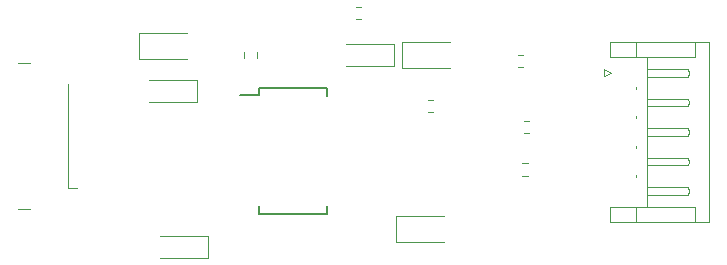
<source format=gto>
%TF.GenerationSoftware,KiCad,Pcbnew,(5.1.8)-1*%
%TF.CreationDate,2021-08-17T23:37:39+02:00*%
%TF.ProjectId,USB_TLL,5553425f-544c-44c2-9e6b-696361645f70,rev?*%
%TF.SameCoordinates,Original*%
%TF.FileFunction,Legend,Top*%
%TF.FilePolarity,Positive*%
%FSLAX46Y46*%
G04 Gerber Fmt 4.6, Leading zero omitted, Abs format (unit mm)*
G04 Created by KiCad (PCBNEW (5.1.8)-1) date 2021-08-17 23:37:39*
%MOMM*%
%LPD*%
G01*
G04 APERTURE LIST*
%ADD10C,0.120000*%
%ADD11C,0.150000*%
G04 APERTURE END LIST*
D10*
%TO.C,J2*%
X141814000Y-60586000D02*
X139614000Y-60586000D01*
X139614000Y-60586000D02*
X139614000Y-59366000D01*
X139614000Y-59366000D02*
X148034000Y-59366000D01*
X148034000Y-59366000D02*
X148034000Y-74586000D01*
X148034000Y-74586000D02*
X139614000Y-74586000D01*
X139614000Y-74586000D02*
X139614000Y-73366000D01*
X139614000Y-73366000D02*
X141814000Y-73366000D01*
X146814000Y-59366000D02*
X146814000Y-60586000D01*
X146814000Y-60586000D02*
X141814000Y-60586000D01*
X141814000Y-60586000D02*
X141814000Y-59366000D01*
X146814000Y-74586000D02*
X146814000Y-73366000D01*
X146814000Y-73366000D02*
X141814000Y-73366000D01*
X141814000Y-73366000D02*
X141814000Y-74586000D01*
X142814000Y-60586000D02*
X142814000Y-73366000D01*
X142814000Y-61976000D02*
X142814000Y-61656000D01*
X142814000Y-61656000D02*
X146234000Y-61656000D01*
X146234000Y-61656000D02*
X146314000Y-61976000D01*
X146314000Y-61976000D02*
X146234000Y-62296000D01*
X146234000Y-62296000D02*
X142814000Y-62296000D01*
X142814000Y-62296000D02*
X142814000Y-61976000D01*
X141814000Y-63146000D02*
X141814000Y-63306000D01*
X142814000Y-64476000D02*
X142814000Y-64156000D01*
X142814000Y-64156000D02*
X146234000Y-64156000D01*
X146234000Y-64156000D02*
X146314000Y-64476000D01*
X146314000Y-64476000D02*
X146234000Y-64796000D01*
X146234000Y-64796000D02*
X142814000Y-64796000D01*
X142814000Y-64796000D02*
X142814000Y-64476000D01*
X141814000Y-65646000D02*
X141814000Y-65806000D01*
X142814000Y-66976000D02*
X142814000Y-66656000D01*
X142814000Y-66656000D02*
X146234000Y-66656000D01*
X146234000Y-66656000D02*
X146314000Y-66976000D01*
X146314000Y-66976000D02*
X146234000Y-67296000D01*
X146234000Y-67296000D02*
X142814000Y-67296000D01*
X142814000Y-67296000D02*
X142814000Y-66976000D01*
X141814000Y-68146000D02*
X141814000Y-68306000D01*
X142814000Y-69476000D02*
X142814000Y-69156000D01*
X142814000Y-69156000D02*
X146234000Y-69156000D01*
X146234000Y-69156000D02*
X146314000Y-69476000D01*
X146314000Y-69476000D02*
X146234000Y-69796000D01*
X146234000Y-69796000D02*
X142814000Y-69796000D01*
X142814000Y-69796000D02*
X142814000Y-69476000D01*
X141814000Y-70646000D02*
X141814000Y-70806000D01*
X142814000Y-71976000D02*
X142814000Y-71656000D01*
X142814000Y-71656000D02*
X146234000Y-71656000D01*
X146234000Y-71656000D02*
X146314000Y-71976000D01*
X146314000Y-71976000D02*
X146234000Y-72296000D01*
X146234000Y-72296000D02*
X142814000Y-72296000D01*
X142814000Y-72296000D02*
X142814000Y-71976000D01*
X139724000Y-61976000D02*
X139124000Y-61676000D01*
X139124000Y-61676000D02*
X139124000Y-62276000D01*
X139124000Y-62276000D02*
X139724000Y-61976000D01*
D11*
%TO.C,U1*%
X109901000Y-63255000D02*
X109901000Y-63830000D01*
X115651000Y-63255000D02*
X115651000Y-63905000D01*
X115651000Y-73905000D02*
X115651000Y-73255000D01*
X109901000Y-73905000D02*
X109901000Y-73255000D01*
X109901000Y-63255000D02*
X115651000Y-63255000D01*
X109901000Y-73905000D02*
X115651000Y-73905000D01*
X109901000Y-63830000D02*
X108301000Y-63830000D01*
D10*
%TO.C,Tx1*%
X125552000Y-74049000D02*
X121492000Y-74049000D01*
X121492000Y-74049000D02*
X121492000Y-76319000D01*
X121492000Y-76319000D02*
X125552000Y-76319000D01*
%TO.C,Rx1*%
X126060000Y-59317000D02*
X122000000Y-59317000D01*
X122000000Y-59317000D02*
X122000000Y-61587000D01*
X122000000Y-61587000D02*
X126060000Y-61587000D01*
%TO.C,R6*%
X108697500Y-60689258D02*
X108697500Y-60214742D01*
X109742500Y-60689258D02*
X109742500Y-60214742D01*
%TO.C,R5*%
X132662259Y-70682501D02*
X132187743Y-70682501D01*
X132662259Y-69637501D02*
X132187743Y-69637501D01*
%TO.C,R4*%
X132317258Y-61482500D02*
X131842742Y-61482500D01*
X132317258Y-60437500D02*
X131842742Y-60437500D01*
%TO.C,R3*%
X132350742Y-66025500D02*
X132825258Y-66025500D01*
X132350742Y-67070500D02*
X132825258Y-67070500D01*
%TO.C,R2*%
X124697258Y-65292500D02*
X124222742Y-65292500D01*
X124697258Y-64247500D02*
X124222742Y-64247500D01*
%TO.C,R1*%
X118601258Y-57418500D02*
X118126742Y-57418500D01*
X118601258Y-56373500D02*
X118126742Y-56373500D01*
%TO.C,PWD1*%
X103835000Y-58555000D02*
X99775000Y-58555000D01*
X99775000Y-58555000D02*
X99775000Y-60825000D01*
X99775000Y-60825000D02*
X103835000Y-60825000D01*
%TO.C,J1*%
X93745000Y-71710000D02*
X93745000Y-62910000D01*
X90575000Y-73455000D02*
X89525000Y-73455000D01*
X90575000Y-61165000D02*
X89525000Y-61165000D01*
X93745000Y-71710000D02*
X94500000Y-71710000D01*
%TO.C,C3*%
X117272000Y-61387000D02*
X121357000Y-61387000D01*
X121357000Y-61387000D02*
X121357000Y-59517000D01*
X121357000Y-59517000D02*
X117272000Y-59517000D01*
%TO.C,C2*%
X100594500Y-64435000D02*
X104679500Y-64435000D01*
X104679500Y-64435000D02*
X104679500Y-62565000D01*
X104679500Y-62565000D02*
X100594500Y-62565000D01*
%TO.C,C1*%
X101524000Y-77643000D02*
X105609000Y-77643000D01*
X105609000Y-77643000D02*
X105609000Y-75773000D01*
X105609000Y-75773000D02*
X101524000Y-75773000D01*
%TD*%
M02*

</source>
